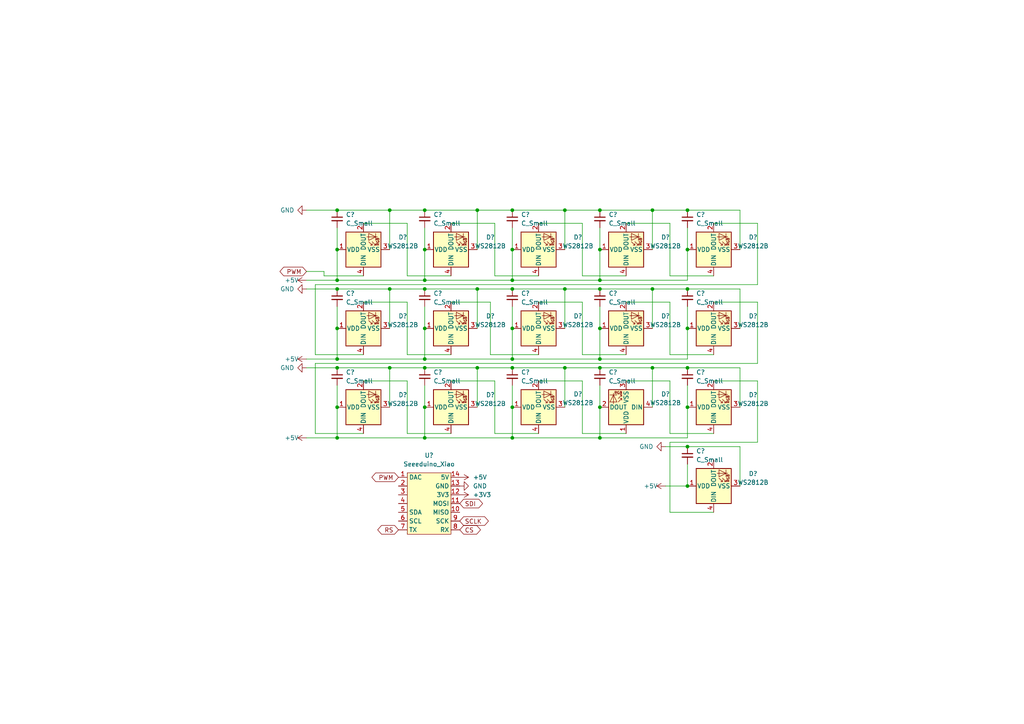
<source format=kicad_sch>
(kicad_sch (version 20211123) (generator eeschema)
  (paper "A4")
  (lib_symbols
    (symbol "Device:C_Small" (pin_numbers hide) (pin_names (offset 0.254) hide)
      (property "Reference" "C" (at 0.254 1.778 0))
      (property "Value" "C_Small" (at 0.254 -2.032 0))
      (symbol "C_Small_0_1"
        (polyline (pts (xy -1.524 -0.508) (xy 1.524 -0.508)) (stroke (width 0.3302)))
        (polyline (pts (xy -1.524 0.508) (xy 1.524 0.508)) (stroke (width 0.3048)))
      )
      (symbol "C_Small_1_1"
        (pin passive line (at 0 2.54 270) (length 2.032) (name "~") (number "1"))
        (pin passive line (at 0 -2.54 90) (length 2.032) (name "~") (number "2"))
      )
    )
    (symbol "LED:WS2812B" (pin_names (offset 0.254))
      (property "Reference" "D" (at 5.08 5.715 0))
      (property "Value" "WS2812B" (at 1.27 -5.715 0))
      (symbol "WS2812B_0_0"
        (text "RGB" (at 2.286 -4.191 0) (effects (font (size 0.762 0.762))))
      )
      (symbol "WS2812B_0_1"
        (polyline (pts (xy 1.27 -3.556) (xy 1.778 -3.556)))
        (polyline (pts (xy 1.27 -2.54) (xy 1.778 -2.54)))
        (polyline (pts (xy 4.699 -3.556) (xy 2.667 -3.556)))
        (polyline (pts (xy 2.286 -2.54) (xy 1.27 -3.556) (xy 1.27 -3.048)))
        (polyline (pts (xy 2.286 -1.524) (xy 1.27 -2.54) (xy 1.27 -2.032)))
        (polyline (pts (xy 3.683 -1.016) (xy 3.683 -3.556) (xy 3.683 -4.064)))
        (polyline (pts (xy 4.699 -1.524) (xy 2.667 -1.524) (xy 3.683 -3.556) (xy 4.699 -1.524)))
        (rectangle (start 5.08 5.08) (end -5.08 -5.08) (stroke (width 0.254)) (fill (type background)))
      )
      (symbol "WS2812B_1_1"
        (pin power_in line (at 0 7.62 270) (length 2.54) (name "VDD") (number "1"))
        (pin output line (at 7.62 0 180) (length 2.54) (name "DOUT") (number "2"))
        (pin power_in line (at 0 -7.62 90) (length 2.54) (name "VSS") (number "3"))
        (pin input line (at -7.62 0 0) (length 2.54) (name "DIN") (number "4"))
      )
    )
    (symbol "power:+3.3V" (power) (pin_names (offset 0))
      (property "Value" "+3.3V" (at 0 3.556 0))
      (symbol "+3.3V_0_1"
        (polyline (pts (xy -0.762 1.27) (xy 0 2.54)))
        (polyline (pts (xy 0 0) (xy 0 2.54)))
        (polyline (pts (xy 0 2.54) (xy 0.762 1.27)))
      )
      (symbol "+3.3V_1_1"
        (pin power_in line (at 0 0 90) (length 0) hide (name "+3V3") (number "1"))
      )
    )
    (symbol "power:+5V" (power) (pin_names (offset 0))
      (property "Value" "+5V" (at 0 3.556 0))
      (symbol "+5V_0_1"
        (polyline (pts (xy -0.762 1.27) (xy 0 2.54)))
        (polyline (pts (xy 0 0) (xy 0 2.54)))
        (polyline (pts (xy 0 2.54) (xy 0.762 1.27)))
      )
      (symbol "+5V_1_1"
        (pin power_in line (at 0 0 90) (length 0) hide (name "+5V") (number "1"))
      )
    )
    (symbol "power:GND" (power) (pin_names (offset 0))
      (property "Value" "GND" (at 0 -3.81 0))
      (symbol "GND_0_1"
        (polyline (pts (xy 0 0) (xy 0 -1.27) (xy 1.27 -1.27) (xy 0 -2.54) (xy -1.27 -1.27) (xy 0 -1.27)))
      )
      (symbol "GND_1_1"
        (pin power_in line (at 0 0 270) (length 0) hide (name "GND") (number "1"))
      )
    )
    (symbol "seeeduino_xiao:Seeeduino_Xiao"
      (property "Reference" "U" (at 0 12.7 0))
      (property "Value" "Seeeduino_Xiao" (at 0 10.16 0))
      (symbol "Seeeduino_Xiao_0_1"
        (rectangle (start -6.35 7.62) (end 6.35 -10.16) (fill (type background)))
      )
      (symbol "Seeeduino_Xiao_1_1"
        (pin bidirectional line (at -8.89 6.35 0) (length 2.54) (name "DAC") (number "1"))
        (pin bidirectional line (at 8.89 -3.81 180) (length 2.54) (name "MISO") (number "10"))
        (pin bidirectional line (at 8.89 -1.27 180) (length 2.54) (name "MOSI") (number "11"))
        (pin power_out line (at 8.89 1.27 180) (length 2.54) (name "3V3") (number "12"))
        (pin bidirectional line (at 8.89 3.81 180) (length 2.54) (name "GND") (number "13"))
        (pin power_in line (at 8.89 6.35 180) (length 2.54) (name "5V") (number "14"))
        (pin bidirectional line (at -8.89 3.81 0) (length 2.54) (name "") (number "2"))
        (pin bidirectional line (at -8.89 1.27 0) (length 2.54) (name "") (number "3"))
        (pin bidirectional line (at -8.89 -1.27 0) (length 2.54) (name "") (number "4"))
        (pin bidirectional line (at -8.89 -3.81 0) (length 2.54) (name "SDA") (number "5"))
        (pin bidirectional line (at -8.89 -6.35 0) (length 2.54) (name "SCL") (number "6"))
        (pin bidirectional line (at -8.89 -8.89 0) (length 2.54) (name "TX") (number "7"))
        (pin bidirectional line (at 8.89 -8.89 180) (length 2.54) (name "RX") (number "8"))
        (pin bidirectional line (at 8.89 -6.35 180) (length 2.54) (name "SCK") (number "9"))
      )
    )
  )
  (junction (at 199.39 118.11))
  (junction (at 113.03 106.68))
  (junction (at 148.59 81.28))
  (junction (at 199.39 95.25))
  (junction (at 97.79 104.14))
  (junction (at 138.43 60.96))
  (junction (at 123.19 81.28))
  (junction (at 148.59 127))
  (junction (at 148.59 95.25))
  (junction (at 138.43 106.68))
  (junction (at 199.39 129.54))
  (junction (at 163.83 60.96))
  (junction (at 123.19 127))
  (junction (at 199.39 72.39))
  (junction (at 138.43 83.82))
  (junction (at 123.19 95.25))
  (junction (at 173.99 95.25))
  (junction (at 189.23 83.82))
  (junction (at 148.59 72.39))
  (junction (at 189.23 106.68))
  (junction (at 173.99 83.82))
  (junction (at 199.39 106.68))
  (junction (at 148.59 60.96))
  (junction (at 97.79 81.28))
  (junction (at 173.99 81.28))
  (junction (at 173.99 72.39))
  (junction (at 173.99 106.68))
  (junction (at 113.03 60.96))
  (junction (at 173.99 127))
  (junction (at 173.99 104.14))
  (junction (at 148.59 104.14))
  (junction (at 163.83 106.68))
  (junction (at 148.59 106.68))
  (junction (at 123.19 60.96))
  (junction (at 97.79 127))
  (junction (at 97.79 118.11))
  (junction (at 97.79 83.82))
  (junction (at 123.19 83.82))
  (junction (at 148.59 83.82))
  (junction (at 199.39 60.96))
  (junction (at 97.79 95.25))
  (junction (at 199.39 83.82))
  (junction (at 123.19 106.68))
  (junction (at 97.79 60.96))
  (junction (at 199.39 140.97))
  (junction (at 189.23 60.96))
  (junction (at 173.99 60.96))
  (junction (at 173.99 118.11))
  (junction (at 97.79 106.68))
  (junction (at 163.83 83.82))
  (junction (at 123.19 72.39))
  (junction (at 123.19 118.11))
  (junction (at 113.03 83.82))
  (junction (at 123.19 104.14))
  (junction (at 97.79 72.39))
  (junction (at 148.59 118.11))
  (wire (pts (xy 194.31 80.01) (xy 207.01 80.01)))
  (wire (pts (xy 91.44 102.87) (xy 105.41 102.87)))
  (wire (pts (xy 181.61 64.77) (xy 194.31 64.77)))
  (wire (pts (xy 97.79 118.11) (xy 97.79 127)))
  (wire (pts (xy 199.39 83.82) (xy 214.63 83.82)))
  (wire (pts (xy 156.21 110.49) (xy 168.91 110.49)))
  (wire (pts (xy 97.79 72.39) (xy 97.79 81.28)))
  (wire (pts (xy 118.11 125.73) (xy 130.81 125.73)))
  (wire (pts (xy 207.01 87.63) (xy 219.71 87.63)))
  (wire (pts (xy 189.23 106.68) (xy 199.39 106.68)))
  (wire (pts (xy 148.59 72.39) (xy 148.59 81.28)))
  (wire (pts (xy 181.61 87.63) (xy 194.31 87.63)))
  (wire (pts (xy 189.23 60.96) (xy 189.23 72.39)))
  (wire (pts (xy 199.39 66.04) (xy 199.39 72.39)))
  (wire (pts (xy 148.59 104.14) (xy 173.99 104.14)))
  (wire (pts (xy 214.63 72.39) (xy 214.63 60.96)))
  (wire (pts (xy 173.99 118.11) (xy 173.99 127)))
  (wire (pts (xy 123.19 118.11) (xy 123.19 127)))
  (wire (pts (xy 189.23 83.82) (xy 189.23 95.25)))
  (wire (pts (xy 199.39 106.68) (xy 214.63 106.68)))
  (wire (pts (xy 88.9 104.14) (xy 97.79 104.14)))
  (wire (pts (xy 173.99 106.68) (xy 189.23 106.68)))
  (wire (pts (xy 163.83 106.68) (xy 173.99 106.68)))
  (wire (pts (xy 118.11 64.77) (xy 118.11 80.01)))
  (wire (pts (xy 88.9 81.28) (xy 97.79 81.28)))
  (wire (pts (xy 97.79 111.76) (xy 97.79 118.11)))
  (wire (pts (xy 97.79 83.82) (xy 113.03 83.82)))
  (wire (pts (xy 189.23 106.68) (xy 189.23 118.11)))
  (wire (pts (xy 138.43 83.82) (xy 148.59 83.82)))
  (wire (pts (xy 199.39 81.28) (xy 199.39 72.39)))
  (wire (pts (xy 93.98 78.74) (xy 93.98 80.01)))
  (wire (pts (xy 97.79 88.9) (xy 97.79 95.25)))
  (wire (pts (xy 189.23 60.96) (xy 199.39 60.96)))
  (wire (pts (xy 88.9 127) (xy 97.79 127)))
  (wire (pts (xy 123.19 72.39) (xy 123.19 81.28)))
  (wire (pts (xy 189.23 83.82) (xy 199.39 83.82)))
  (wire (pts (xy 199.39 129.54) (xy 214.63 129.54)))
  (wire (pts (xy 130.81 64.77) (xy 143.51 64.77)))
  (wire (pts (xy 118.11 80.01) (xy 130.81 80.01)))
  (wire (pts (xy 207.01 110.49) (xy 219.71 110.49)))
  (wire (pts (xy 219.71 64.77) (xy 219.71 82.55)))
  (wire (pts (xy 194.31 128.27) (xy 194.31 148.59)))
  (wire (pts (xy 118.11 110.49) (xy 118.11 125.73)))
  (wire (pts (xy 173.99 88.9) (xy 173.99 95.25)))
  (wire (pts (xy 113.03 60.96) (xy 123.19 60.96)))
  (wire (pts (xy 148.59 111.76) (xy 148.59 118.11)))
  (wire (pts (xy 163.83 83.82) (xy 163.83 95.25)))
  (wire (pts (xy 105.41 64.77) (xy 118.11 64.77)))
  (wire (pts (xy 163.83 60.96) (xy 163.83 72.39)))
  (wire (pts (xy 88.9 106.68) (xy 97.79 106.68)))
  (wire (pts (xy 173.99 111.76) (xy 173.99 118.11)))
  (wire (pts (xy 113.03 60.96) (xy 113.03 72.39)))
  (wire (pts (xy 199.39 104.14) (xy 199.39 95.25)))
  (wire (pts (xy 214.63 106.68) (xy 214.63 118.11)))
  (wire (pts (xy 163.83 60.96) (xy 173.99 60.96)))
  (wire (pts (xy 123.19 106.68) (xy 138.43 106.68)))
  (wire (pts (xy 207.01 64.77) (xy 219.71 64.77)))
  (wire (pts (xy 97.79 127) (xy 123.19 127)))
  (wire (pts (xy 219.71 110.49) (xy 219.71 128.27)))
  (wire (pts (xy 123.19 111.76) (xy 123.19 118.11)))
  (wire (pts (xy 168.91 87.63) (xy 168.91 102.87)))
  (wire (pts (xy 214.63 129.54) (xy 214.63 140.97)))
  (wire (pts (xy 148.59 81.28) (xy 173.99 81.28)))
  (wire (pts (xy 193.04 129.54) (xy 199.39 129.54)))
  (wire (pts (xy 148.59 106.68) (xy 163.83 106.68)))
  (wire (pts (xy 138.43 60.96) (xy 148.59 60.96)))
  (wire (pts (xy 93.98 80.01) (xy 105.41 80.01)))
  (wire (pts (xy 97.79 66.04) (xy 97.79 72.39)))
  (wire (pts (xy 123.19 81.28) (xy 148.59 81.28)))
  (wire (pts (xy 123.19 88.9) (xy 123.19 95.25)))
  (wire (pts (xy 148.59 127) (xy 173.99 127)))
  (wire (pts (xy 97.79 95.25) (xy 97.79 104.14)))
  (wire (pts (xy 168.91 110.49) (xy 168.91 125.73)))
  (wire (pts (xy 105.41 87.63) (xy 118.11 87.63)))
  (wire (pts (xy 113.03 106.68) (xy 113.03 118.11)))
  (wire (pts (xy 123.19 60.96) (xy 138.43 60.96)))
  (wire (pts (xy 193.04 140.97) (xy 199.39 140.97)))
  (wire (pts (xy 173.99 72.39) (xy 173.99 81.28)))
  (wire (pts (xy 173.99 95.25) (xy 173.99 104.14)))
  (wire (pts (xy 130.81 87.63) (xy 142.24 87.63)))
  (wire (pts (xy 138.43 106.68) (xy 138.43 118.11)))
  (wire (pts (xy 88.9 83.82) (xy 97.79 83.82)))
  (wire (pts (xy 138.43 60.96) (xy 138.43 72.39)))
  (wire (pts (xy 199.39 127) (xy 199.39 118.11)))
  (wire (pts (xy 143.51 125.73) (xy 156.21 125.73)))
  (wire (pts (xy 113.03 83.82) (xy 113.03 95.25)))
  (wire (pts (xy 138.43 106.68) (xy 148.59 106.68)))
  (wire (pts (xy 214.63 83.82) (xy 214.63 95.25)))
  (wire (pts (xy 148.59 95.25) (xy 148.59 104.14)))
  (wire (pts (xy 199.39 134.62) (xy 199.39 140.97)))
  (wire (pts (xy 105.41 110.49) (xy 118.11 110.49)))
  (wire (pts (xy 118.11 102.87) (xy 130.81 102.87)))
  (wire (pts (xy 123.19 95.25) (xy 123.19 104.14)))
  (wire (pts (xy 173.99 83.82) (xy 189.23 83.82)))
  (wire (pts (xy 173.99 104.14) (xy 199.39 104.14)))
  (wire (pts (xy 113.03 106.68) (xy 123.19 106.68)))
  (wire (pts (xy 194.31 64.77) (xy 194.31 80.01)))
  (wire (pts (xy 199.39 111.76) (xy 199.39 118.11)))
  (wire (pts (xy 173.99 127) (xy 199.39 127)))
  (wire (pts (xy 88.9 78.74) (xy 93.98 78.74)))
  (wire (pts (xy 194.31 110.49) (xy 194.31 125.73)))
  (wire (pts (xy 123.19 66.04) (xy 123.19 72.39)))
  (wire (pts (xy 219.71 128.27) (xy 194.31 128.27)))
  (wire (pts (xy 123.19 83.82) (xy 138.43 83.82)))
  (wire (pts (xy 194.31 148.59) (xy 207.01 148.59)))
  (wire (pts (xy 148.59 83.82) (xy 163.83 83.82)))
  (wire (pts (xy 156.21 64.77) (xy 168.91 64.77)))
  (wire (pts (xy 199.39 88.9) (xy 199.39 95.25)))
  (wire (pts (xy 130.81 110.49) (xy 143.51 110.49)))
  (wire (pts (xy 148.59 60.96) (xy 163.83 60.96)))
  (wire (pts (xy 181.61 110.49) (xy 194.31 110.49)))
  (wire (pts (xy 91.44 82.55) (xy 91.44 102.87)))
  (wire (pts (xy 91.44 105.41) (xy 91.44 125.73)))
  (wire (pts (xy 123.19 127) (xy 148.59 127)))
  (wire (pts (xy 173.99 81.28) (xy 199.39 81.28)))
  (wire (pts (xy 168.91 125.73) (xy 181.61 125.73)))
  (wire (pts (xy 97.79 81.28) (xy 123.19 81.28)))
  (wire (pts (xy 113.03 83.82) (xy 123.19 83.82)))
  (wire (pts (xy 97.79 104.14) (xy 123.19 104.14)))
  (wire (pts (xy 219.71 87.63) (xy 219.71 105.41)))
  (wire (pts (xy 118.11 87.63) (xy 118.11 102.87)))
  (wire (pts (xy 194.31 125.73) (xy 207.01 125.73)))
  (wire (pts (xy 138.43 83.82) (xy 138.43 95.25)))
  (wire (pts (xy 194.31 87.63) (xy 194.31 102.87)))
  (wire (pts (xy 142.24 87.63) (xy 142.24 102.87)))
  (wire (pts (xy 156.21 87.63) (xy 168.91 87.63)))
  (wire (pts (xy 148.59 66.04) (xy 148.59 72.39)))
  (wire (pts (xy 168.91 80.01) (xy 181.61 80.01)))
  (wire (pts (xy 142.24 102.87) (xy 156.21 102.87)))
  (wire (pts (xy 173.99 60.96) (xy 189.23 60.96)))
  (wire (pts (xy 143.51 64.77) (xy 143.51 80.01)))
  (wire (pts (xy 168.91 64.77) (xy 168.91 80.01)))
  (wire (pts (xy 148.59 88.9) (xy 148.59 95.25)))
  (wire (pts (xy 194.31 102.87) (xy 207.01 102.87)))
  (wire (pts (xy 168.91 102.87) (xy 181.61 102.87)))
  (wire (pts (xy 97.79 106.68) (xy 113.03 106.68)))
  (wire (pts (xy 148.59 118.11) (xy 148.59 127)))
  (wire (pts (xy 214.63 60.96) (xy 199.39 60.96)))
  (wire (pts (xy 123.19 104.14) (xy 148.59 104.14)))
  (wire (pts (xy 219.71 105.41) (xy 91.44 105.41)))
  (wire (pts (xy 163.83 83.82) (xy 173.99 83.82)))
  (wire (pts (xy 88.9 60.96) (xy 97.79 60.96)))
  (wire (pts (xy 173.99 66.04) (xy 173.99 72.39)))
  (wire (pts (xy 219.71 82.55) (xy 91.44 82.55)))
  (wire (pts (xy 143.51 80.01) (xy 156.21 80.01)))
  (wire (pts (xy 143.51 110.49) (xy 143.51 125.73)))
  (wire (pts (xy 91.44 125.73) (xy 105.41 125.73)))
  (wire (pts (xy 163.83 106.68) (xy 163.83 118.11)))
  (wire (pts (xy 97.79 60.96) (xy 113.03 60.96)))
  (global_label "RS" (shape bidirectional) (at 115.57 153.67 180) (property "Intersheet References" "${INTERSHEET_REFS}" (effects hide)))
  (global_label "CS" (shape bidirectional) (at 133.35 153.67 0) (property "Intersheet References" "${INTERSHEET_REFS}" (effects hide)))
  (global_label "PWM" (shape bidirectional) (at 115.57 138.43 180) (property "Intersheet References" "${INTERSHEET_REFS}" (effects hide)))
  (global_label "SDI" (shape bidirectional) (at 133.35 146.05 0) (property "Intersheet References" "${INTERSHEET_REFS}" (effects hide)))
  (global_label "PWM" (shape bidirectional) (at 88.9 78.74 180) (property "Intersheet References" "${INTERSHEET_REFS}" (effects hide)))
  (global_label "SCLK" (shape bidirectional) (at 133.35 151.13 0) (property "Intersheet References" "${INTERSHEET_REFS}" (effects hide)))
  (symbol (lib_id "power:GND") (at 88.9 60.96 270) (unit 1)
    (property "Reference" "#PWR?" (effects hide))
    (property "Value" "GND" (at 81.28 60.96 90) (effects (justify left)))
  )
  (symbol (lib_id "Device:C_Small") (at 199.39 132.08 0) (unit 1)
    (property "Reference" "C?" (at 201.93 130.8162 0) (effects (justify left)))
    (property "Value" "C_Small" (at 201.93 133.3562 0) (effects (justify left)))
  )
  (symbol (lib_id "LED:WS2812B") (at 207.01 118.11 90) (unit 1)
    (property "Reference" "D?" (at 218.44 114.5286 90))
    (property "Value" "WS2812B" (at 218.44 117.0686 90))
    (property "Footprint" "LED_SMD:LED_WS2812B_PLCC4_5.0x5.0mm_P3.2mm" (effects hide))
    (property "Datasheet" "https://cdn-shop.adafruit.com/datasheets/WS2812B.pdf" (effects hide))
  )
  (symbol (lib_id "LED:WS2812B") (at 130.81 72.39 90) (unit 1)
    (property "Reference" "D?" (at 142.24 68.8086 90))
    (property "Value" "WS2812B" (at 142.24 71.3486 90))
    (property "Footprint" "LED_SMD:LED_WS2812B_PLCC4_5.0x5.0mm_P3.2mm" (effects hide))
    (property "Datasheet" "https://cdn-shop.adafruit.com/datasheets/WS2812B.pdf" (effects hide))
  )
  (symbol (lib_id "power:+5V") (at 88.9 104.14 90) (unit 1)
    (property "Reference" "#PWR?" (effects hide))
    (property "Value" "+5V" (at 82.55 104.14 90) (effects (justify right)))
  )
  (symbol (lib_id "Device:C_Small") (at 148.59 109.22 0) (unit 1)
    (property "Reference" "C?" (at 151.13 107.9562 0) (effects (justify left)))
    (property "Value" "C_Small" (at 151.13 110.4962 0) (effects (justify left)))
  )
  (symbol (lib_id "power:GND") (at 193.04 129.54 270) (unit 1)
    (property "Reference" "#PWR?" (effects hide))
    (property "Value" "GND" (at 185.42 129.54 90) (effects (justify left)))
  )
  (symbol (lib_id "LED:WS2812B") (at 130.81 95.25 90) (unit 1)
    (property "Reference" "D?" (at 142.24 91.6686 90))
    (property "Value" "WS2812B" (at 142.24 94.2086 90))
    (property "Footprint" "LED_SMD:LED_WS2812B_PLCC4_5.0x5.0mm_P3.2mm" (effects hide))
    (property "Datasheet" "https://cdn-shop.adafruit.com/datasheets/WS2812B.pdf" (effects hide))
  )
  (symbol (lib_id "power:+5V") (at 88.9 127 90) (unit 1)
    (property "Reference" "#PWR?" (effects hide))
    (property "Value" "+5V" (at 82.55 127 90) (effects (justify right)))
  )
  (symbol (lib_id "power:GND") (at 88.9 83.82 270) (unit 1)
    (property "Reference" "#PWR?" (effects hide))
    (property "Value" "GND" (at 81.28 83.82 90) (effects (justify left)))
  )
  (symbol (lib_id "LED:WS2812B") (at 156.21 118.11 90) (unit 1)
    (property "Reference" "D?" (at 167.64 114.3 90))
    (property "Value" "WS2812B" (at 167.64 116.84 90))
    (property "Footprint" "LED_SMD:LED_WS2812B_PLCC4_5.0x5.0mm_P3.2mm" (effects hide))
    (property "Datasheet" "https://cdn-shop.adafruit.com/datasheets/WS2812B.pdf" (effects hide))
  )
  (symbol (lib_id "seeeduino_xiao:Seeeduino_Xiao") (at 124.46 144.78 0) (unit 1)
    (property "Reference" "U?" (at 124.46 132.08 0))
    (property "Value" "Seeeduino_Xiao" (at 124.46 134.62 0))
    (property "Footprint" "Lib:seeeduinoXIAO" (effects hide))
  )
  (symbol (lib_id "LED:WS2812B") (at 156.21 72.39 90) (unit 1)
    (property "Reference" "D?" (at 167.64 68.8086 90))
    (property "Value" "WS2812B" (at 167.64 71.3486 90))
    (property "Footprint" "LED_SMD:LED_WS2812B_PLCC4_5.0x5.0mm_P3.2mm" (effects hide))
    (property "Datasheet" "https://cdn-shop.adafruit.com/datasheets/WS2812B.pdf" (effects hide))
  )
  (symbol (lib_id "power:+3.3V") (at 133.35 143.51 270) (unit 1)
    (property "Reference" "#PWR?" (effects hide))
    (property "Value" "+3.3V" (at 137.16 143.5099 90) (effects (justify left)))
  )
  (symbol (lib_id "Device:C_Small") (at 199.39 86.36 0) (unit 1)
    (property "Reference" "C?" (at 201.93 85.0962 0) (effects (justify left)))
    (property "Value" "C_Small" (at 201.93 87.6362 0) (effects (justify left)))
  )
  (symbol (lib_id "Device:C_Small") (at 148.59 63.5 0) (unit 1)
    (property "Reference" "C?" (at 151.13 62.2362 0) (effects (justify left)))
    (property "Value" "C_Small" (at 151.13 64.7762 0) (effects (justify left)))
  )
  (symbol (lib_id "Device:C_Small") (at 123.19 86.36 0) (unit 1)
    (property "Reference" "C?" (at 125.73 85.0962 0) (effects (justify left)))
    (property "Value" "C_Small" (at 125.73 87.6362 0) (effects (justify left)))
  )
  (symbol (lib_id "power:+5V") (at 88.9 81.28 90) (unit 1)
    (property "Reference" "#PWR?" (effects hide))
    (property "Value" "+5V" (at 82.55 81.28 90) (effects (justify right)))
  )
  (symbol (lib_id "LED:WS2812B") (at 181.61 118.11 180) (unit 1)
    (property "Reference" "D?" (at 193.04 114.3 0))
    (property "Value" "WS2812B" (at 193.04 116.84 0))
    (property "Footprint" "LED_SMD:LED_WS2812B_PLCC4_5.0x5.0mm_P3.2mm" (effects hide))
    (property "Datasheet" "https://cdn-shop.adafruit.com/datasheets/WS2812B.pdf" (effects hide))
  )
  (symbol (lib_id "Device:C_Small") (at 97.79 63.5 0) (unit 1)
    (property "Reference" "C?" (at 100.33 62.2362 0) (effects (justify left)))
    (property "Value" "C_Small" (at 100.33 64.7762 0) (effects (justify left)))
  )
  (symbol (lib_id "Device:C_Small") (at 199.39 109.22 0) (unit 1)
    (property "Reference" "C?" (at 201.93 107.9562 0) (effects (justify left)))
    (property "Value" "C_Small" (at 201.93 110.4962 0) (effects (justify left)))
  )
  (symbol (lib_id "LED:WS2812B") (at 181.61 95.25 90) (unit 1)
    (property "Reference" "D?" (at 193.04 91.6686 90))
    (property "Value" "WS2812B" (at 193.04 94.2086 90))
    (property "Footprint" "LED_SMD:LED_WS2812B_PLCC4_5.0x5.0mm_P3.2mm" (effects hide))
    (property "Datasheet" "https://cdn-shop.adafruit.com/datasheets/WS2812B.pdf" (effects hide))
  )
  (symbol (lib_id "LED:WS2812B") (at 130.81 118.11 90) (unit 1)
    (property "Reference" "D?" (at 142.24 114.5286 90))
    (property "Value" "WS2812B" (at 142.24 117.0686 90))
    (property "Footprint" "LED_SMD:LED_WS2812B_PLCC4_5.0x5.0mm_P3.2mm" (effects hide))
    (property "Datasheet" "https://cdn-shop.adafruit.com/datasheets/WS2812B.pdf" (effects hide))
  )
  (symbol (lib_id "LED:WS2812B") (at 156.21 95.25 90) (unit 1)
    (property "Reference" "D?" (at 167.64 91.6686 90))
    (property "Value" "WS2812B" (at 167.64 94.2086 90))
    (property "Footprint" "LED_SMD:LED_WS2812B_PLCC4_5.0x5.0mm_P3.2mm" (effects hide))
    (property "Datasheet" "https://cdn-shop.adafruit.com/datasheets/WS2812B.pdf" (effects hide))
  )
  (symbol (lib_id "Device:C_Small") (at 97.79 86.36 0) (unit 1)
    (property "Reference" "C?" (at 100.33 85.0962 0) (effects (justify left)))
    (property "Value" "C_Small" (at 100.33 87.6362 0) (effects (justify left)))
  )
  (symbol (lib_id "LED:WS2812B") (at 181.61 72.39 90) (unit 1)
    (property "Reference" "D?" (at 193.04 68.8086 90))
    (property "Value" "WS2812B" (at 193.04 71.3486 90))
    (property "Footprint" "LED_SMD:LED_WS2812B_PLCC4_5.0x5.0mm_P3.2mm" (effects hide))
    (property "Datasheet" "https://cdn-shop.adafruit.com/datasheets/WS2812B.pdf" (effects hide))
  )
  (symbol (lib_id "Device:C_Small") (at 173.99 63.5 0) (unit 1)
    (property "Reference" "C?" (at 176.53 62.2362 0) (effects (justify left)))
    (property "Value" "C_Small" (at 176.53 64.7762 0) (effects (justify left)))
  )
  (symbol (lib_id "LED:WS2812B") (at 207.01 140.97 90) (unit 1)
    (property "Reference" "D?" (at 218.44 137.3886 90))
    (property "Value" "WS2812B" (at 218.44 139.9286 90))
    (property "Footprint" "LED_SMD:LED_WS2812B_PLCC4_5.0x5.0mm_P3.2mm" (effects hide))
    (property "Datasheet" "https://cdn-shop.adafruit.com/datasheets/WS2812B.pdf" (effects hide))
  )
  (symbol (lib_id "power:+5V") (at 133.35 138.43 270) (unit 1)
    (property "Reference" "#PWR?" (effects hide))
    (property "Value" "+5V" (at 137.16 138.4299 90) (effects (justify left)))
  )
  (symbol (lib_id "Device:C_Small") (at 123.19 109.22 0) (unit 1)
    (property "Reference" "C?" (at 125.73 107.9562 0) (effects (justify left)))
    (property "Value" "C_Small" (at 125.73 110.4962 0) (effects (justify left)))
  )
  (symbol (lib_id "Device:C_Small") (at 173.99 86.36 0) (unit 1)
    (property "Reference" "C?" (at 176.53 85.0962 0) (effects (justify left)))
    (property "Value" "C_Small" (at 176.53 87.6362 0) (effects (justify left)))
  )
  (symbol (lib_id "LED:WS2812B") (at 105.41 95.25 90) (unit 1)
    (property "Reference" "D?" (at 116.84 91.6686 90))
    (property "Value" "WS2812B" (at 116.84 94.2086 90))
    (property "Footprint" "LED_SMD:LED_WS2812B_PLCC4_5.0x5.0mm_P3.2mm" (effects hide))
    (property "Datasheet" "https://cdn-shop.adafruit.com/datasheets/WS2812B.pdf" (effects hide))
  )
  (symbol (lib_id "power:+5V") (at 193.04 140.97 90) (unit 1)
    (property "Reference" "#PWR?" (effects hide))
    (property "Value" "+5V" (at 186.69 140.97 90) (effects (justify right)))
  )
  (symbol (lib_id "Device:C_Small") (at 173.99 109.22 0) (unit 1)
    (property "Reference" "C?" (at 176.53 107.9562 0) (effects (justify left)))
    (property "Value" "C_Small" (at 176.53 110.4962 0) (effects (justify left)))
  )
  (symbol (lib_id "LED:WS2812B") (at 207.01 72.39 90) (unit 1)
    (property "Reference" "D?" (at 218.44 68.8086 90))
    (property "Value" "WS2812B" (at 218.44 71.3486 90))
    (property "Footprint" "LED_SMD:LED_WS2812B_PLCC4_5.0x5.0mm_P3.2mm" (effects hide))
    (property "Datasheet" "https://cdn-shop.adafruit.com/datasheets/WS2812B.pdf" (effects hide))
  )
  (symbol (lib_id "LED:WS2812B") (at 105.41 118.11 90) (unit 1)
    (property "Reference" "D?" (at 116.84 114.5286 90))
    (property "Value" "WS2812B" (at 116.84 117.0686 90))
    (property "Footprint" "LED_SMD:LED_WS2812B_PLCC4_5.0x5.0mm_P3.2mm" (effects hide))
    (property "Datasheet" "https://cdn-shop.adafruit.com/datasheets/WS2812B.pdf" (effects hide))
  )
  (symbol (lib_id "power:GND") (at 133.35 140.97 90) (unit 1)
    (property "Reference" "#PWR?" (effects hide))
    (property "Value" "GND" (at 137.16 140.9699 90) (effects (justify right)))
  )
  (symbol (lib_id "Device:C_Small") (at 199.39 63.5 0) (unit 1)
    (property "Reference" "C?" (at 201.93 62.2362 0) (effects (justify left)))
    (property "Value" "C_Small" (at 201.93 64.7762 0) (effects (justify left)))
  )
  (symbol (lib_id "LED:WS2812B") (at 105.41 72.39 90) (unit 1)
    (property "Reference" "D?" (at 116.84 68.8086 90))
    (property "Value" "WS2812B" (at 116.84 71.3486 90))
    (property "Footprint" "LED_SMD:LED_WS2812B_PLCC4_5.0x5.0mm_P3.2mm" (effects hide))
    (property "Datasheet" "https://cdn-shop.adafruit.com/datasheets/WS2812B.pdf" (effects hide))
  )
  (symbol (lib_id "Device:C_Small") (at 123.19 63.5 0) (unit 1)
    (property "Reference" "C?" (at 125.73 62.2362 0) (effects (justify left)))
    (property "Value" "C_Small" (at 125.73 64.7762 0) (effects (justify left)))
  )
  (symbol (lib_id "LED:WS2812B") (at 207.01 95.25 90) (unit 1)
    (property "Reference" "D?" (at 218.44 91.6686 90))
    (property "Value" "WS2812B" (at 218.44 94.2086 90))
    (property "Footprint" "LED_SMD:LED_WS2812B_PLCC4_5.0x5.0mm_P3.2mm" (effects hide))
    (property "Datasheet" "https://cdn-shop.adafruit.com/datasheets/WS2812B.pdf" (effects hide))
  )
  (symbol (lib_id "Device:C_Small") (at 97.79 109.22 0) (unit 1)
    (property "Reference" "C?" (at 100.33 107.9562 0) (effects (justify left)))
    (property "Value" "C_Small" (at 100.33 110.4962 0) (effects (justify left)))
  )
  (symbol (lib_id "power:GND") (at 88.9 106.68 270) (unit 1)
    (property "Reference" "#PWR?" (effects hide))
    (property "Value" "GND" (at 81.28 106.68 90) (effects (justify left)))
  )
  (symbol (lib_id "Device:C_Small") (at 148.59 86.36 0) (unit 1)
    (property "Reference" "C?" (at 151.13 85.0962 0) (effects (justify left)))
    (property "Value" "C_Small" (at 151.13 87.6362 0) (effects (justify left)))
  )
)
</source>
